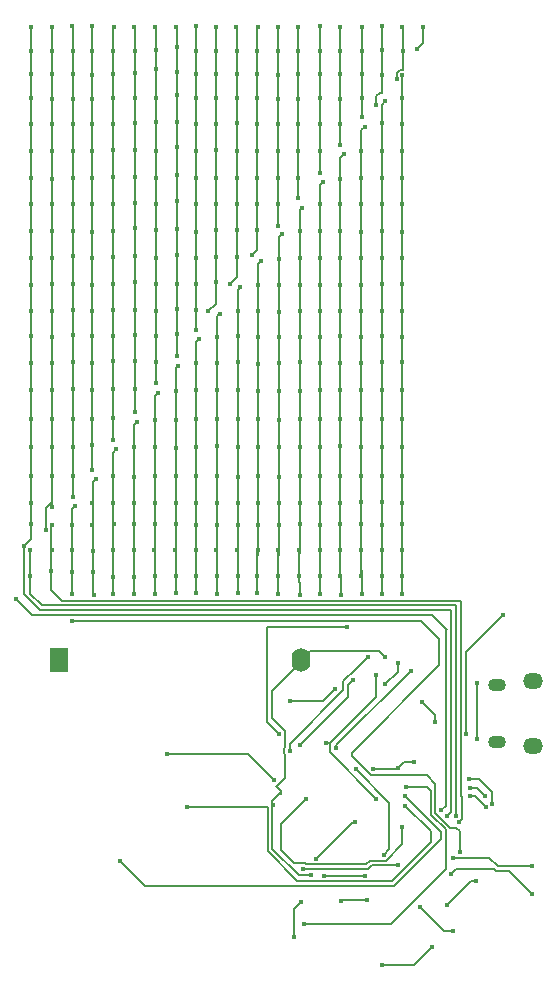
<source format=gbr>
%TF.GenerationSoftware,KiCad,Pcbnew,8.0.3*%
%TF.CreationDate,2024-08-11T15:35:29-05:00*%
%TF.ProjectId,tetrisBusinessCard,74657472-6973-4427-9573-696e65737343,rev?*%
%TF.SameCoordinates,Original*%
%TF.FileFunction,Copper,L2,Bot*%
%TF.FilePolarity,Positive*%
%FSLAX46Y46*%
G04 Gerber Fmt 4.6, Leading zero omitted, Abs format (unit mm)*
G04 Created by KiCad (PCBNEW 8.0.3) date 2024-08-11 15:35:29*
%MOMM*%
%LPD*%
G01*
G04 APERTURE LIST*
%TA.AperFunction,ComponentPad*%
%ADD10O,1.700000X1.350000*%
%TD*%
%TA.AperFunction,ComponentPad*%
%ADD11O,1.500000X1.100000*%
%TD*%
%TA.AperFunction,ComponentPad*%
%ADD12R,1.600000X2.000000*%
%TD*%
%TA.AperFunction,ComponentPad*%
%ADD13O,1.600000X2.000000*%
%TD*%
%TA.AperFunction,ViaPad*%
%ADD14C,0.400000*%
%TD*%
%TA.AperFunction,Conductor*%
%ADD15C,0.200000*%
%TD*%
G04 APERTURE END LIST*
D10*
%TO.P,J1,6,Shield*%
%TO.N,GND*%
X219730000Y-82520000D03*
D11*
X216730000Y-82210000D03*
X216730000Y-77370000D03*
D10*
X219730000Y-77060000D03*
%TD*%
D12*
%TO.P,BT1,1,+*%
%TO.N,Net-(BT1-+)*%
X179610000Y-75250000D03*
D13*
%TO.P,BT1,2,-*%
%TO.N,GND*%
X200110000Y-75250000D03*
%TD*%
D14*
%TO.N,CHRLY_20*%
X179000000Y-62350000D03*
X179000000Y-36700000D03*
X179000000Y-41200000D03*
X179000000Y-50100000D03*
X179000000Y-29900000D03*
X213253415Y-88445394D03*
X179000000Y-32200000D03*
X177200000Y-68200000D03*
X179000000Y-52450000D03*
X179000000Y-59700000D03*
X178500000Y-64250000D03*
X179000000Y-21700000D03*
X179000000Y-45700000D03*
X179000000Y-57200000D03*
X179000000Y-54850000D03*
X179000000Y-43450000D03*
X179000000Y-47900000D03*
X177200000Y-66000000D03*
X179000000Y-25700000D03*
X179000000Y-23700000D03*
X179000000Y-27750000D03*
X179000000Y-38950000D03*
X179000000Y-34550000D03*
%TO.N,CHRLY_13*%
X191250000Y-36700000D03*
X189500000Y-63800000D03*
X189450000Y-66000000D03*
X191250000Y-39000000D03*
X191250000Y-41250000D03*
X191250000Y-25700000D03*
X191250000Y-47299997D03*
X191250000Y-43450000D03*
X189740138Y-50347638D03*
X191250000Y-21600000D03*
X189500000Y-68200000D03*
X191250000Y-45650000D03*
X191250000Y-29850000D03*
X191250000Y-32150000D03*
X189500000Y-52500000D03*
X189500000Y-59700000D03*
X191250000Y-34500000D03*
X189500000Y-54950000D03*
X189500000Y-57300000D03*
X189500000Y-61950000D03*
X189500000Y-69628280D03*
X191250000Y-23700000D03*
X191250000Y-27700000D03*
%TO.N,BTN_1*%
X208950000Y-87600000D03*
X190500000Y-87700000D03*
%TO.N,CHRLY_21*%
X177250000Y-62000000D03*
X177250000Y-63800000D03*
X177250000Y-29850000D03*
X177250000Y-21650000D03*
X212500000Y-88500000D03*
X177250000Y-57200000D03*
X177250000Y-59700000D03*
X177250000Y-38950000D03*
X177250000Y-43500000D03*
X177250000Y-27700000D03*
X177250000Y-50100000D03*
X177250000Y-34500000D03*
X177250000Y-47850000D03*
X177250000Y-25700000D03*
X177250000Y-45700000D03*
X177250000Y-23700000D03*
X177250000Y-54850000D03*
X177250000Y-52450000D03*
X177250000Y-36700000D03*
X177250000Y-32150000D03*
X176700000Y-65600000D03*
X177250000Y-41200000D03*
%TO.N,BATT +*%
X201400000Y-92100000D03*
X204699600Y-89000000D03*
%TO.N,CHRLY_11*%
X194653758Y-36650000D03*
X194653758Y-29800000D03*
X193240138Y-45942638D03*
X194650000Y-21650000D03*
X194653758Y-25650000D03*
X194653758Y-41150000D03*
X194653758Y-23700000D03*
X193000000Y-68200000D03*
X193000000Y-57150000D03*
X193000000Y-52450000D03*
X193000000Y-50100000D03*
X194653758Y-32150000D03*
X193000000Y-47950000D03*
X193000000Y-61950000D03*
X193000000Y-63850000D03*
X193000000Y-54900000D03*
X194653758Y-38900000D03*
X194653758Y-34450000D03*
X193000000Y-59700000D03*
X193000000Y-69649493D03*
X194100044Y-43413559D03*
X194653758Y-27650000D03*
X192950000Y-66000000D03*
%TO.N,unconnected-(U1-SWCLK-Pad24)*%
X212850000Y-93400000D03*
X219650000Y-95050000D03*
%TO.N,CHRLY_18*%
X182400000Y-39000000D03*
X182400000Y-57100000D03*
X180750000Y-69650000D03*
X180750000Y-67850000D03*
X180990138Y-62217638D03*
X182400000Y-41200000D03*
X182400000Y-45700000D03*
X180750000Y-63850000D03*
X182400000Y-36700000D03*
X182400000Y-47850000D03*
X182400000Y-23700000D03*
X182382059Y-21619148D03*
X182400000Y-43500000D03*
X182400000Y-34500000D03*
X182400000Y-54850000D03*
X180750000Y-66000000D03*
X180750000Y-72000000D03*
X182400000Y-50100000D03*
X182400000Y-27750000D03*
X182400000Y-59200000D03*
X182400000Y-29850000D03*
X182400000Y-25750000D03*
X182400000Y-52400000D03*
X213536659Y-91500000D03*
X182400000Y-32200000D03*
%TO.N,CHRLY_3*%
X208200000Y-26100000D03*
X206950000Y-32200000D03*
X206950000Y-34477903D03*
X206950000Y-47850000D03*
X198250000Y-81500000D03*
X206950000Y-69699493D03*
X206950000Y-36700000D03*
X206950000Y-54900000D03*
X206950000Y-68200000D03*
X207240138Y-27967638D03*
X206950000Y-57200000D03*
X206950000Y-66000000D03*
X206950000Y-61900000D03*
X206950000Y-29800000D03*
X206950000Y-38950000D03*
X206950000Y-41200000D03*
X206950000Y-59700000D03*
X208750000Y-23700000D03*
X206950000Y-52395710D03*
X206950000Y-43450000D03*
X206950000Y-50050000D03*
X208700000Y-21700000D03*
X206950000Y-45700000D03*
X204000000Y-72500000D03*
X206950000Y-63850000D03*
%TO.N,+1V1*%
X206250000Y-84500000D03*
X209650000Y-83950000D03*
X207100000Y-91750000D03*
X204750000Y-84500000D03*
X208350000Y-84400000D03*
%TO.N,CHRLY_19*%
X180812018Y-38955688D03*
X180812018Y-23700000D03*
X180812018Y-52350000D03*
X180812018Y-57200000D03*
X180812018Y-25700000D03*
X180812018Y-59700000D03*
X180812018Y-32200000D03*
X180812018Y-41100000D03*
X179000000Y-66000000D03*
X180812018Y-27750000D03*
X180812018Y-54900000D03*
X179000000Y-63850000D03*
X180812018Y-45650000D03*
X180812018Y-61453858D03*
X213500000Y-89000000D03*
X180812018Y-47750000D03*
X178950000Y-67750000D03*
X180812018Y-34500000D03*
X180700000Y-21600000D03*
X180812018Y-50050000D03*
X180812018Y-29850000D03*
X180812018Y-36700000D03*
X180812018Y-43450000D03*
%TO.N,CHRLY_15*%
X187750000Y-21650000D03*
X187805216Y-45750000D03*
X187805216Y-34500000D03*
X185950000Y-66000000D03*
X187805216Y-25200000D03*
X186000000Y-63800000D03*
X186000000Y-57200000D03*
X187805216Y-43450000D03*
X187805216Y-27650000D03*
X187805216Y-23650000D03*
X187805216Y-29750000D03*
X187805216Y-51853056D03*
X186240138Y-55122638D03*
X187805216Y-32150000D03*
X187805216Y-36700000D03*
X186000000Y-69649493D03*
X186000000Y-68250000D03*
X187805216Y-47850000D03*
X187805216Y-50050000D03*
X186000000Y-62000000D03*
X187805216Y-38900000D03*
X187805216Y-41200000D03*
X186000000Y-59750000D03*
%TO.N,CHRLY_6*%
X201990138Y-34777638D03*
X203450000Y-29850000D03*
X201700000Y-50100000D03*
X201700000Y-69699493D03*
X201700000Y-52450000D03*
X201700000Y-59700000D03*
X201700000Y-54850000D03*
X201700000Y-38950000D03*
X203450000Y-23700000D03*
X201700000Y-68200000D03*
X201700000Y-47900000D03*
X203450000Y-21650000D03*
X203405930Y-31701944D03*
X201700000Y-36700000D03*
X203450000Y-25700000D03*
X201700000Y-61950000D03*
X201700000Y-66000000D03*
X201700000Y-63850000D03*
X201700000Y-45700000D03*
X201700000Y-41200000D03*
X201700000Y-43494122D03*
X201700000Y-57200000D03*
X203450000Y-27750000D03*
%TO.N,BTN_4*%
X200400000Y-97600000D03*
X208977378Y-86000000D03*
%TO.N,CHRLY_16*%
X186050000Y-29800000D03*
X186050000Y-47750000D03*
X186050000Y-54300000D03*
X186050000Y-45650000D03*
X186050000Y-34400000D03*
X184490138Y-57442638D03*
X184200000Y-69649493D03*
X186000000Y-21650000D03*
X186050000Y-43250000D03*
X184200000Y-66000000D03*
X184200000Y-68250000D03*
X184200000Y-61995597D03*
X186050000Y-49950000D03*
X186050000Y-27700000D03*
X186050000Y-32100000D03*
X186050000Y-25600000D03*
X186050000Y-36550000D03*
X184250000Y-63800000D03*
X186050000Y-41100000D03*
X184200000Y-59700000D03*
X186050000Y-23700000D03*
X186050000Y-52300000D03*
X186050000Y-38700000D03*
%TO.N,CHRLY_14*%
X187750000Y-57200000D03*
X189600000Y-40950000D03*
X189600000Y-45550000D03*
X189600000Y-47700000D03*
X187750000Y-59700000D03*
X189600000Y-49500000D03*
X189600000Y-43400000D03*
X189600000Y-36450000D03*
X189500000Y-21650000D03*
X189600000Y-34250000D03*
X187990138Y-52692638D03*
X187750000Y-69649493D03*
X189600000Y-25500000D03*
X189600000Y-38750000D03*
X187750000Y-68200000D03*
X189600000Y-29700000D03*
X189600000Y-27450000D03*
X189600000Y-23400000D03*
X187700000Y-66000000D03*
X189600000Y-31850000D03*
X187750000Y-61950000D03*
X187750000Y-54950000D03*
X187750000Y-63750000D03*
%TO.N,Net-(U1-SQPI_SS_N)*%
X203100000Y-82700000D03*
X209400000Y-76200000D03*
%TO.N,BTN_5*%
X213000000Y-98200000D03*
X203500000Y-95700000D03*
X215700000Y-86800000D03*
X210200000Y-96200000D03*
X205723045Y-95551404D03*
X214400000Y-86100000D03*
%TO.N,BTN_2*%
X184750000Y-92250000D03*
X208900200Y-86750000D03*
%TO.N,CHRLY_8*%
X199900000Y-29850000D03*
X198250000Y-45800000D03*
X198250000Y-47950000D03*
X199900000Y-23750000D03*
X198250000Y-41300000D03*
X199900000Y-25650000D03*
X198250000Y-63850000D03*
X199900000Y-34500000D03*
X199900000Y-32200000D03*
X198250000Y-52500000D03*
X198200000Y-69649493D03*
X199856811Y-36156811D03*
X199900000Y-27800000D03*
X198250000Y-59750000D03*
X199900000Y-21650000D03*
X198250000Y-57250000D03*
X198250000Y-43550000D03*
X198200000Y-68200000D03*
X198490138Y-39217638D03*
X198250000Y-62000000D03*
X198250000Y-50150000D03*
X198250000Y-54950000D03*
X198200000Y-66000000D03*
%TO.N,BTN_3*%
X200250000Y-93000000D03*
X215750000Y-87685226D03*
X208346996Y-92653004D03*
X214403643Y-86800000D03*
%TO.N,CHRLY_17*%
X184200000Y-41150000D03*
X184200000Y-34400000D03*
X197850000Y-85450000D03*
X184200000Y-36700000D03*
X184200000Y-25700000D03*
X182550000Y-69750000D03*
X182450000Y-63850000D03*
X184200000Y-52350000D03*
X184200000Y-38950000D03*
X184200000Y-54750000D03*
X182463989Y-66038702D03*
X184200000Y-45650000D03*
X182500000Y-67800000D03*
X208700000Y-89400000D03*
X182450000Y-61950000D03*
X184200000Y-23700000D03*
X184200000Y-49977906D03*
X184200000Y-56649997D03*
X184250000Y-21650000D03*
X184200000Y-43450000D03*
X188750000Y-83250000D03*
X184200000Y-32100000D03*
X184200000Y-29900000D03*
X184200000Y-47800000D03*
X184200000Y-27700000D03*
X200500000Y-87050000D03*
X182740138Y-59967638D03*
%TO.N,GND*%
X202200000Y-82282844D03*
X211500000Y-80500000D03*
X201000000Y-93500000D03*
X206500000Y-87000000D03*
X202100000Y-93550000D03*
X200099999Y-95750000D03*
X199500000Y-98750000D03*
X214950000Y-94000000D03*
X205500000Y-93550000D03*
X212500000Y-96000000D03*
X197721348Y-87541994D03*
X207250000Y-75000000D03*
X206453187Y-76512500D03*
X210381076Y-78850000D03*
%TO.N,CHRLY_10*%
X194750000Y-45700000D03*
X194750000Y-57250000D03*
X196404662Y-27700000D03*
X194750000Y-68200000D03*
X194750000Y-54900000D03*
X196404662Y-38900000D03*
X196404662Y-32200000D03*
X196404662Y-29850000D03*
X196404662Y-34450000D03*
X194750000Y-61950000D03*
X196003406Y-41003406D03*
X194692527Y-65988058D03*
X196450000Y-21650000D03*
X194750000Y-63850000D03*
X194750000Y-50050000D03*
X194750000Y-47850000D03*
X194750000Y-52450000D03*
X194750000Y-69628280D03*
X196404662Y-36650000D03*
X196404662Y-25700000D03*
X194990138Y-43717638D03*
X194750000Y-59750000D03*
X196404662Y-23750000D03*
%TO.N,unconnected-(U1-SWDIO-Pad25)*%
X219650000Y-92750000D03*
X213000000Y-92000000D03*
%TO.N,CHRLY_2*%
X208700000Y-39000000D03*
X208700000Y-52450000D03*
X208700000Y-59700000D03*
X208700000Y-47900000D03*
X208700000Y-63800000D03*
X208700000Y-54850000D03*
X208700000Y-61950000D03*
X208700000Y-41200000D03*
X208700000Y-25750000D03*
X209950000Y-23500000D03*
X210450000Y-21650000D03*
X208700000Y-68200000D03*
X208700000Y-36700000D03*
X208700000Y-29900000D03*
X208700000Y-45700000D03*
X208700000Y-34500000D03*
X208700000Y-43450000D03*
X208700000Y-50050000D03*
X208700000Y-66000000D03*
X208700000Y-27700000D03*
X205800000Y-75000000D03*
X208700000Y-57250000D03*
X208700000Y-69699493D03*
X199145619Y-82978891D03*
X208700000Y-32150000D03*
%TO.N,CHRLY_12*%
X191250000Y-57200000D03*
X191250000Y-66000000D03*
X191250000Y-52450000D03*
X192906811Y-32091464D03*
X191490138Y-48122638D03*
X191250000Y-50100000D03*
X192906811Y-38900000D03*
X192906811Y-43300000D03*
X192906811Y-41150000D03*
X192906811Y-23700000D03*
X192906811Y-27700000D03*
X192906811Y-36650000D03*
X192906811Y-34450000D03*
X191250000Y-68200000D03*
X191250000Y-69628280D03*
X191250000Y-54850000D03*
X192279728Y-45720272D03*
X191250000Y-59700000D03*
X192906811Y-29900000D03*
X191250000Y-63850000D03*
X192906811Y-25650000D03*
X192900000Y-21650000D03*
X191250000Y-61950000D03*
%TO.N,CHRLY_9*%
X196450000Y-54900000D03*
X198154853Y-25750000D03*
X196450000Y-59700000D03*
X196450000Y-61950000D03*
X198154853Y-27750000D03*
X196450000Y-50200000D03*
X196450000Y-43550000D03*
X198154853Y-23700000D03*
X198154853Y-34500000D03*
X196400000Y-68200000D03*
X196740138Y-41467638D03*
X196400000Y-69628280D03*
X198154853Y-36650000D03*
X198154853Y-29900000D03*
X196450000Y-52500000D03*
X198200000Y-21700000D03*
X198154853Y-32200000D03*
X196450000Y-57250000D03*
X198154853Y-38509134D03*
X196450000Y-66000000D03*
X196450000Y-63850000D03*
X196450000Y-45750000D03*
X196450000Y-47900000D03*
%TO.N,CHRLY_7*%
X200000000Y-50050000D03*
X201755216Y-27700000D03*
X200240138Y-36967638D03*
X200000000Y-63750000D03*
X200000000Y-41250000D03*
X200000000Y-45700000D03*
X199950000Y-68200000D03*
X201755216Y-23700000D03*
X200000000Y-43500000D03*
X200000000Y-52500000D03*
X200000000Y-54850000D03*
X199950000Y-66000000D03*
X200000000Y-47900000D03*
X201755216Y-34003056D03*
X200000000Y-57200000D03*
X200000000Y-59700000D03*
X201750000Y-21600000D03*
X201755216Y-25700000D03*
X201755216Y-29850000D03*
X201755216Y-32150000D03*
X200000000Y-69750000D03*
X200000000Y-61950000D03*
X200000000Y-38950000D03*
%TO.N,CHRLY_1*%
X204500000Y-77000000D03*
X200044116Y-82500000D03*
%TO.N,CHRLY_4*%
X205200000Y-52450000D03*
X207000000Y-23650000D03*
X205200000Y-61900000D03*
X205200000Y-41250000D03*
X199150000Y-78765686D03*
X205200000Y-34500000D03*
X205200000Y-63800000D03*
X205200000Y-47900000D03*
X205200000Y-36700000D03*
X205200000Y-45750000D03*
X205490138Y-30122638D03*
X205200000Y-59700000D03*
X205200000Y-66000000D03*
X205200000Y-54850000D03*
X205200000Y-32200000D03*
X205200000Y-43500000D03*
X203000000Y-77750000D03*
X205250000Y-69699493D03*
X205200000Y-57200000D03*
X207000000Y-21600000D03*
X205200000Y-68200000D03*
X207000000Y-25750000D03*
X205200000Y-50100000D03*
X205200000Y-39000000D03*
X206450000Y-28250000D03*
%TO.N,CHRLY_5*%
X203450000Y-65950000D03*
X205250000Y-21700000D03*
X203450000Y-34550000D03*
X203450000Y-45700000D03*
X203450000Y-59694808D03*
X203500000Y-69750000D03*
X205255216Y-23727079D03*
X205255216Y-25700000D03*
X203450000Y-54850000D03*
X203450000Y-63800000D03*
X203400000Y-68200000D03*
X205255216Y-29303056D03*
X203740138Y-32442638D03*
X203450000Y-38950000D03*
X203450000Y-36650000D03*
X203450000Y-52450000D03*
X203450000Y-47850000D03*
X203450000Y-57150000D03*
X203450000Y-41250000D03*
X203450000Y-61968916D03*
X205255216Y-27700000D03*
X203450000Y-50100000D03*
X203450000Y-43500000D03*
%TO.N,Net-(C17-Pad1)*%
X207000000Y-101100000D03*
X211200000Y-99600000D03*
%TO.N,Net-(R3-Pad2)*%
X215000000Y-82000000D03*
X215000000Y-77250000D03*
%TO.N,BTN_6*%
X214300000Y-85350000D03*
X216312636Y-87476796D03*
%TO.N,+3V3*%
X207250000Y-77312500D03*
X208300000Y-75500000D03*
%TO.N,CHRLY_22*%
X212000000Y-88000000D03*
X175950000Y-70100000D03*
%TO.N,Net-(J1-VBUS)*%
X214121268Y-81500000D03*
X217230000Y-71500000D03*
%TD*%
D15*
%TO.N,CHRLY_20*%
X213250000Y-88442893D02*
X213250000Y-70650000D01*
X179000000Y-54850000D02*
X179000000Y-57200000D01*
X178200000Y-70650000D02*
X177200000Y-69650000D01*
X179000000Y-61800000D02*
X179000000Y-61900000D01*
X177200000Y-66000000D02*
X177200000Y-67500000D01*
X179000000Y-27750000D02*
X179000000Y-29900000D01*
X179000000Y-25700000D02*
X179000000Y-27750000D01*
X179000000Y-38950000D02*
X179000000Y-41200000D01*
X179000000Y-23700000D02*
X179000000Y-25700000D01*
X179000000Y-61800000D02*
X179000000Y-62350000D01*
X179000000Y-29900000D02*
X179000000Y-32200000D01*
X178500000Y-62400000D02*
X178500000Y-64250000D01*
X179000000Y-34550000D02*
X179000000Y-36700000D01*
X177200000Y-67500000D02*
X177200000Y-68200000D01*
X179000000Y-41200000D02*
X179000000Y-43450000D01*
X179000000Y-50100000D02*
X179000000Y-52450000D01*
X179000000Y-43450000D02*
X179000000Y-45700000D01*
X179000000Y-61900000D02*
X178500000Y-62400000D01*
X177200000Y-69650000D02*
X177200000Y-67500000D01*
X213253415Y-88445394D02*
X213252501Y-88445394D01*
X179000000Y-21700000D02*
X179000000Y-23700000D01*
X179000000Y-36700000D02*
X179000000Y-38950000D01*
X179000000Y-45700000D02*
X179000000Y-47900000D01*
X213252501Y-88445394D02*
X213250000Y-88442893D01*
X179000000Y-32200000D02*
X179000000Y-34550000D01*
X179000000Y-59700000D02*
X179000000Y-61800000D01*
X179000000Y-57200000D02*
X179000000Y-59700000D01*
X213250000Y-70650000D02*
X178200000Y-70650000D01*
X179000000Y-52450000D02*
X179000000Y-54850000D01*
X179000000Y-47900000D02*
X179000000Y-50100000D01*
%TO.N,CHRLY_13*%
X189500000Y-68200000D02*
X189500000Y-67900000D01*
X189500000Y-67900000D02*
X189500000Y-66700000D01*
X189500000Y-66700000D02*
X189500000Y-66050000D01*
X191250000Y-41250000D02*
X191250000Y-39000000D01*
X189500000Y-61950000D02*
X189500000Y-59700000D01*
X191250000Y-47299997D02*
X191250000Y-47150000D01*
X191250000Y-34500000D02*
X191250000Y-32150000D01*
X189500000Y-57300000D02*
X189500000Y-54950000D01*
X191250000Y-39000000D02*
X191250000Y-36700000D01*
X189500000Y-66050000D02*
X189450000Y-66000000D01*
X191250000Y-32150000D02*
X191250000Y-29850000D01*
X189500000Y-59700000D02*
X189500000Y-57300000D01*
X189740138Y-50347638D02*
X189500000Y-50587776D01*
X191250000Y-27700000D02*
X191250000Y-25700000D01*
X189500000Y-64500000D02*
X189500000Y-63800000D01*
X191250000Y-29850000D02*
X191250000Y-27700000D01*
X189500000Y-64500000D02*
X189500000Y-61950000D01*
X191250000Y-45650000D02*
X191250000Y-43450000D01*
X191250000Y-36700000D02*
X191250000Y-34500000D01*
X191250000Y-47150000D02*
X191250000Y-45650000D01*
X189500000Y-67900000D02*
X189500000Y-69628280D01*
X191250000Y-25700000D02*
X191250000Y-23700000D01*
X189500000Y-50587776D02*
X189500000Y-52500000D01*
X189500000Y-54950000D02*
X189500000Y-52500000D01*
X189500000Y-66700000D02*
X189500000Y-64500000D01*
X191250000Y-43450000D02*
X191250000Y-41250000D01*
X191250000Y-23700000D02*
X191250000Y-21600000D01*
%TO.N,BTN_1*%
X207786397Y-94000000D02*
X199813603Y-94000000D01*
X199813603Y-94000000D02*
X197300000Y-91486397D01*
X211100000Y-90686397D02*
X207786397Y-94000000D01*
X197300000Y-91486397D02*
X197300000Y-87700000D01*
X197300000Y-87700000D02*
X190500000Y-87700000D01*
X211100000Y-89750000D02*
X208950000Y-87600000D01*
X211100000Y-90686397D02*
X211100000Y-89750000D01*
%TO.N,CHRLY_21*%
X177250000Y-27700000D02*
X177250000Y-29850000D01*
X177250000Y-59700000D02*
X177250000Y-62000000D01*
X177250000Y-47850000D02*
X177250000Y-50100000D01*
X177250000Y-65050000D02*
X176700000Y-65600000D01*
X177250000Y-21650000D02*
X177250000Y-23700000D01*
X177250000Y-32150000D02*
X177250000Y-34500000D01*
X177250000Y-41200000D02*
X177250000Y-43500000D01*
X177250000Y-43500000D02*
X177250000Y-45700000D01*
X177250000Y-36700000D02*
X177250000Y-38950000D01*
X177250000Y-38950000D02*
X177250000Y-41200000D01*
X177250000Y-64150000D02*
X177250000Y-65050000D01*
X177250000Y-52450000D02*
X177250000Y-54850000D01*
X178034314Y-71050000D02*
X176700000Y-69715686D01*
X212500000Y-88500000D02*
X212850000Y-88150000D01*
X177250000Y-50100000D02*
X177250000Y-52450000D01*
X177250000Y-23700000D02*
X177250000Y-25700000D01*
X177250000Y-63800000D02*
X177250000Y-64150000D01*
X177250000Y-54850000D02*
X177250000Y-57200000D01*
X177250000Y-34500000D02*
X177250000Y-36700000D01*
X176700000Y-65600000D02*
X176700000Y-69649997D01*
X176700000Y-69649997D02*
X176699997Y-69650000D01*
X177250000Y-29850000D02*
X177250000Y-32150000D01*
X176700000Y-69715686D02*
X176700000Y-69649997D01*
X212850000Y-71050000D02*
X178034314Y-71050000D01*
X177250000Y-45700000D02*
X177250000Y-47850000D01*
X212850000Y-88150000D02*
X212850000Y-71050000D01*
X177250000Y-57200000D02*
X177250000Y-59700000D01*
X177250000Y-62000000D02*
X177250000Y-63800000D01*
X177250000Y-25700000D02*
X177250000Y-27700000D01*
%TO.N,BATT +*%
X204500000Y-89000000D02*
X204699600Y-89000000D01*
X201400000Y-92100000D02*
X204500000Y-89000000D01*
%TO.N,CHRLY_11*%
X193000000Y-47950000D02*
X193000000Y-46182776D01*
X194653758Y-27650000D02*
X194653758Y-25650000D01*
X194653758Y-25650000D02*
X194653758Y-23700000D01*
X193000000Y-66350000D02*
X193000000Y-66050000D01*
X194653758Y-21653758D02*
X194650000Y-21650000D01*
X194653758Y-32150000D02*
X194653758Y-29800000D01*
X193000000Y-67600000D02*
X193000000Y-69649493D01*
X193000000Y-67600000D02*
X193000000Y-66350000D01*
X193000000Y-46182776D02*
X193240138Y-45942638D01*
X193000000Y-61950000D02*
X193000000Y-59700000D01*
X193000000Y-68200000D02*
X193000000Y-67600000D01*
X193000000Y-66050000D02*
X192950000Y-66000000D01*
X194653758Y-29800000D02*
X194653758Y-27650000D01*
X193000000Y-66350000D02*
X193000000Y-63850000D01*
X193000000Y-59700000D02*
X193000000Y-57150000D01*
X194653758Y-34450000D02*
X194653758Y-32150000D01*
X194653758Y-36650000D02*
X194653758Y-34450000D01*
X193000000Y-54900000D02*
X193000000Y-52450000D01*
X194653758Y-41150000D02*
X194653758Y-38900000D01*
X194653758Y-42859845D02*
X194653758Y-41150000D01*
X193000000Y-63850000D02*
X193000000Y-61950000D01*
X194653758Y-23700000D02*
X194653758Y-21653758D01*
X193000000Y-50100000D02*
X193000000Y-47950000D01*
X193000000Y-52450000D02*
X193000000Y-50100000D01*
X193000000Y-57150000D02*
X193000000Y-54900000D01*
X194100044Y-43413559D02*
X194653758Y-42859845D01*
X194653758Y-38900000D02*
X194653758Y-36650000D01*
%TO.N,unconnected-(U1-SWCLK-Pad24)*%
X217750000Y-93150000D02*
X219650000Y-95050000D01*
X216484314Y-93000000D02*
X216634314Y-93150000D01*
X216634314Y-93150000D02*
X217750000Y-93150000D01*
X212850000Y-93400000D02*
X213250000Y-93000000D01*
X213250000Y-93000000D02*
X216484314Y-93000000D01*
%TO.N,CHRLY_18*%
X182400000Y-54850000D02*
X182400000Y-52400000D01*
X211500000Y-88207107D02*
X212750000Y-89457107D01*
X182400000Y-47850000D02*
X182400000Y-45700000D01*
X180750000Y-67850000D02*
X180750000Y-66700000D01*
X180750000Y-62457776D02*
X180990138Y-62217638D01*
X211800000Y-75713603D02*
X204400000Y-83113603D01*
X212750000Y-89457107D02*
X213250000Y-89457107D01*
X182400000Y-21637089D02*
X182382059Y-21619148D01*
X182400000Y-39000000D02*
X182400000Y-36700000D01*
X182400000Y-45700000D02*
X182400000Y-43500000D01*
X180750000Y-66700000D02*
X180750000Y-66000000D01*
X182400000Y-59200000D02*
X182400000Y-57100000D01*
X182400000Y-32200000D02*
X182400000Y-29850000D01*
X180750000Y-66550000D02*
X180750000Y-64600000D01*
X211800000Y-73500000D02*
X211800000Y-75713603D01*
X180750000Y-64600000D02*
X180750000Y-63850000D01*
X182400000Y-36700000D02*
X182400000Y-34500000D01*
X182400000Y-23700000D02*
X182400000Y-21637089D01*
X210300000Y-72000000D02*
X211800000Y-73500000D01*
X182400000Y-43500000D02*
X182400000Y-41200000D01*
X180750000Y-72000000D02*
X210300000Y-72000000D01*
X182400000Y-34500000D02*
X182400000Y-32200000D01*
X180750000Y-64600000D02*
X180750000Y-62457776D01*
X182400000Y-50100000D02*
X182400000Y-47850000D01*
X213250000Y-89457107D02*
X213536659Y-89743766D01*
X182400000Y-41200000D02*
X182400000Y-39000000D01*
X204400000Y-83113603D02*
X204400000Y-83392935D01*
X182400000Y-25750000D02*
X182400000Y-23700000D01*
X182400000Y-29850000D02*
X182400000Y-27750000D01*
X182400000Y-57100000D02*
X182400000Y-54850000D01*
X182400000Y-27750000D02*
X182400000Y-25750000D01*
X204400000Y-83392935D02*
X206007065Y-85000000D01*
X213536659Y-89743766D02*
X213536659Y-91500000D01*
X211500000Y-85750000D02*
X211500000Y-88207107D01*
X180750000Y-67850000D02*
X180750000Y-69650000D01*
X182400000Y-52400000D02*
X182400000Y-50100000D01*
X180750000Y-66700000D02*
X180750000Y-66550000D01*
X210750000Y-85000000D02*
X211500000Y-85750000D01*
X206007065Y-85000000D02*
X210750000Y-85000000D01*
%TO.N,CHRLY_3*%
X208750000Y-25300000D02*
X208750000Y-23700000D01*
X197250000Y-72500000D02*
X204000000Y-72500000D01*
X206950000Y-52395710D02*
X206950000Y-54900000D01*
X198250000Y-81500000D02*
X197250000Y-80500000D01*
X206950000Y-54900000D02*
X206950000Y-57200000D01*
X208750000Y-21750000D02*
X208700000Y-21700000D01*
X208200000Y-25613603D02*
X208513603Y-25300000D01*
X206950000Y-61900000D02*
X206950000Y-63850000D01*
X206950000Y-69699493D02*
X206950000Y-67800000D01*
X208750000Y-23700000D02*
X208750000Y-21750000D01*
X206950000Y-41200000D02*
X206950000Y-43450000D01*
X206950000Y-67800000D02*
X206950000Y-68200000D01*
X206950000Y-50050000D02*
X206950000Y-52395710D01*
X206950000Y-38950000D02*
X206950000Y-41200000D01*
X206950000Y-66000000D02*
X206950000Y-66250000D01*
X206950000Y-57200000D02*
X206950000Y-59700000D01*
X197250000Y-80500000D02*
X197250000Y-72500000D01*
X208200000Y-26100000D02*
X208200000Y-25613603D01*
X206950000Y-45700000D02*
X206950000Y-47850000D01*
X206950000Y-29800000D02*
X206950000Y-32200000D01*
X206950000Y-32200000D02*
X206950000Y-34477903D01*
X207240138Y-27967638D02*
X206950000Y-28257776D01*
X206950000Y-34477903D02*
X206950000Y-36700000D01*
X206950000Y-36700000D02*
X206950000Y-38950000D01*
X206950000Y-43450000D02*
X206950000Y-45700000D01*
X206950000Y-63850000D02*
X206950000Y-66250000D01*
X206950000Y-28257776D02*
X206950000Y-29800000D01*
X206950000Y-59700000D02*
X206950000Y-61900000D01*
X206950000Y-66250000D02*
X206950000Y-67800000D01*
X208513603Y-25300000D02*
X208750000Y-25300000D01*
X206950000Y-47850000D02*
X206950000Y-50050000D01*
%TO.N,+1V1*%
X207600000Y-91250000D02*
X207600000Y-87350000D01*
X207100000Y-91750000D02*
X207600000Y-91250000D01*
X208800000Y-83950000D02*
X209650000Y-83950000D01*
X207600000Y-87350000D02*
X204750000Y-84500000D01*
X206250000Y-84500000D02*
X208246400Y-84500000D01*
X208350000Y-84400000D02*
X208800000Y-83950000D01*
%TO.N,CHRLY_19*%
X180812018Y-27750000D02*
X180812018Y-25700000D01*
X180812018Y-32200000D02*
X180812018Y-29850000D01*
X180812018Y-25700000D02*
X180812018Y-23700000D01*
X180812018Y-34500000D02*
X180812018Y-32200000D01*
X180812018Y-47750000D02*
X180812018Y-45650000D01*
X213753415Y-86856879D02*
X213671268Y-86774732D01*
X180812018Y-61453858D02*
X180812018Y-59700000D01*
X180812018Y-52350000D02*
X180812018Y-50050000D01*
X178950000Y-63900000D02*
X179000000Y-63850000D01*
X213753415Y-88746585D02*
X213753415Y-86856879D01*
X180812018Y-54900000D02*
X180812018Y-52350000D01*
X180812018Y-50050000D02*
X180812018Y-47750000D01*
X213671268Y-86774732D02*
X213671268Y-70250000D01*
X180812018Y-38955688D02*
X180812018Y-36700000D01*
X179850000Y-70250000D02*
X178950000Y-69350000D01*
X178950000Y-66300000D02*
X178950000Y-66050000D01*
X180812018Y-41100000D02*
X180812018Y-38955688D01*
X180812018Y-45650000D02*
X180812018Y-43450000D01*
X180812018Y-23700000D02*
X180812018Y-21712018D01*
X180812018Y-59700000D02*
X180812018Y-57200000D01*
X180812018Y-21712018D02*
X180700000Y-21600000D01*
X180812018Y-57200000D02*
X180812018Y-54900000D01*
X178950000Y-69350000D02*
X178950000Y-67750000D01*
X213671268Y-70250000D02*
X179850000Y-70250000D01*
X178950000Y-66300000D02*
X178950000Y-63900000D01*
X178950000Y-67750000D02*
X178950000Y-66300000D01*
X213500000Y-89000000D02*
X213753415Y-88746585D01*
X180812018Y-36700000D02*
X180812018Y-34500000D01*
X180812018Y-29850000D02*
X180812018Y-27750000D01*
X180812018Y-43450000D02*
X180812018Y-41100000D01*
X178950000Y-66050000D02*
X179000000Y-66000000D01*
%TO.N,CHRLY_15*%
X187805216Y-41200000D02*
X187805216Y-38900000D01*
X187805216Y-50050000D02*
X187805216Y-47850000D01*
X186000000Y-66050000D02*
X185950000Y-66000000D01*
X187805216Y-29750000D02*
X187805216Y-27650000D01*
X187805216Y-23650000D02*
X187805216Y-21705216D01*
X187805216Y-38900000D02*
X187805216Y-36700000D01*
X186000000Y-67850000D02*
X186000000Y-69649493D01*
X187805216Y-43450000D02*
X187805216Y-41200000D01*
X186000000Y-67850000D02*
X186000000Y-66050000D01*
X186000000Y-63800000D02*
X186000000Y-64400000D01*
X186000000Y-62000000D02*
X186000000Y-59750000D01*
X186000000Y-65950000D02*
X185950000Y-66000000D01*
X186000000Y-64400000D02*
X186000000Y-62000000D01*
X187805216Y-36700000D02*
X187805216Y-34500000D01*
X186000000Y-64400000D02*
X186000000Y-65950000D01*
X187805216Y-34500000D02*
X187805216Y-32150000D01*
X187805216Y-27650000D02*
X187805216Y-25200000D01*
X187805216Y-32150000D02*
X187805216Y-29750000D01*
X187805216Y-47850000D02*
X187805216Y-45750000D01*
X186000000Y-55362776D02*
X186240138Y-55122638D01*
X186000000Y-57200000D02*
X186000000Y-55362776D01*
X186000000Y-59750000D02*
X186000000Y-57200000D01*
X187805216Y-51853056D02*
X187805216Y-50050000D01*
X187805216Y-45750000D02*
X187805216Y-43450000D01*
X187805216Y-21705216D02*
X187750000Y-21650000D01*
X186000000Y-68250000D02*
X186000000Y-67850000D01*
X187805216Y-25200000D02*
X187805216Y-23650000D01*
%TO.N,CHRLY_6*%
X201700000Y-57200000D02*
X201700000Y-59700000D01*
X203450000Y-23700000D02*
X203450000Y-21650000D01*
X201700000Y-66350000D02*
X201700000Y-66000000D01*
X201700000Y-67550000D02*
X201700000Y-66350000D01*
X201700000Y-45700000D02*
X201700000Y-47900000D01*
X201990138Y-34777638D02*
X201700000Y-35067776D01*
X201700000Y-47900000D02*
X201700000Y-50100000D01*
X201700000Y-68200000D02*
X201700000Y-67550000D01*
X201700000Y-61950000D02*
X201700000Y-63850000D01*
X201700000Y-36700000D02*
X201700000Y-38950000D01*
X201700000Y-63850000D02*
X201700000Y-66350000D01*
X201700000Y-69699493D02*
X201700000Y-67550000D01*
X203405930Y-31701944D02*
X203450000Y-31657874D01*
X201700000Y-59700000D02*
X201700000Y-61950000D01*
X201700000Y-38950000D02*
X201700000Y-41200000D01*
X203450000Y-27750000D02*
X203450000Y-25700000D01*
X203450000Y-31657874D02*
X203450000Y-29850000D01*
X203450000Y-25700000D02*
X203450000Y-23700000D01*
X201700000Y-54850000D02*
X201700000Y-57200000D01*
X203450000Y-29850000D02*
X203450000Y-27750000D01*
X201700000Y-41200000D02*
X201700000Y-43494122D01*
X201700000Y-52450000D02*
X201700000Y-54850000D01*
X201700000Y-35067776D02*
X201700000Y-36700000D01*
X201700000Y-50100000D02*
X201700000Y-52450000D01*
X201700000Y-43494122D02*
X201700000Y-45700000D01*
%TO.N,BTN_4*%
X207715000Y-97600000D02*
X212350000Y-92965000D01*
X211100000Y-86350000D02*
X210750000Y-86000000D01*
X212350000Y-89622793D02*
X211100000Y-88372793D01*
X211100000Y-88372793D02*
X211100000Y-86350000D01*
X210750000Y-86000000D02*
X208977378Y-86000000D01*
X200400000Y-97600000D02*
X207715000Y-97600000D01*
X212350000Y-92965000D02*
X212350000Y-89622793D01*
%TO.N,CHRLY_16*%
X186050000Y-27700000D02*
X186050000Y-25600000D01*
X184200000Y-63850000D02*
X184250000Y-63800000D01*
X186050000Y-47750000D02*
X186050000Y-45650000D01*
X186050000Y-34400000D02*
X186050000Y-32100000D01*
X186050000Y-29800000D02*
X186050000Y-27700000D01*
X184200000Y-68250000D02*
X184200000Y-67850000D01*
X184200000Y-57732776D02*
X184490138Y-57442638D01*
X186050000Y-25600000D02*
X186050000Y-23700000D01*
X186050000Y-41100000D02*
X186050000Y-38700000D01*
X184200000Y-66450000D02*
X184200000Y-64100000D01*
X186050000Y-52300000D02*
X186050000Y-49950000D01*
X186050000Y-36550000D02*
X186050000Y-34400000D01*
X184200000Y-59700000D02*
X184200000Y-57732776D01*
X186050000Y-49950000D02*
X186050000Y-47750000D01*
X186050000Y-23700000D02*
X186050000Y-21700000D01*
X186050000Y-21700000D02*
X186000000Y-21650000D01*
X186050000Y-38700000D02*
X186050000Y-36550000D01*
X184200000Y-66450000D02*
X184200000Y-66000000D01*
X186050000Y-43250000D02*
X186050000Y-41100000D01*
X186050000Y-54300000D02*
X186050000Y-52300000D01*
X184200000Y-64100000D02*
X184200000Y-63850000D01*
X184200000Y-61995597D02*
X184200000Y-59700000D01*
X186050000Y-45650000D02*
X186050000Y-43250000D01*
X186050000Y-32100000D02*
X186050000Y-29800000D01*
X184200000Y-67850000D02*
X184200000Y-66450000D01*
X184200000Y-64100000D02*
X184200000Y-61995597D01*
X184200000Y-67850000D02*
X184200000Y-69649493D01*
%TO.N,CHRLY_14*%
X187750000Y-61950000D02*
X187750000Y-59700000D01*
X189600000Y-31850000D02*
X189600000Y-29700000D01*
X187750000Y-66550000D02*
X187750000Y-64550000D01*
X187750000Y-68200000D02*
X187750000Y-67900000D01*
X189600000Y-43400000D02*
X189600000Y-40950000D01*
X187750000Y-59700000D02*
X187750000Y-57200000D01*
X187750000Y-54950000D02*
X187750000Y-52932776D01*
X189600000Y-40950000D02*
X189600000Y-38750000D01*
X189600000Y-27450000D02*
X189600000Y-25500000D01*
X189600000Y-45550000D02*
X189600000Y-43400000D01*
X187750000Y-66550000D02*
X187750000Y-66050000D01*
X189600000Y-38750000D02*
X189600000Y-36450000D01*
X189600000Y-34250000D02*
X189600000Y-31850000D01*
X189600000Y-47700000D02*
X189600000Y-45550000D01*
X187750000Y-67900000D02*
X187750000Y-66550000D01*
X187750000Y-52932776D02*
X187990138Y-52692638D01*
X189600000Y-49500000D02*
X189600000Y-47700000D01*
X189600000Y-21750000D02*
X189500000Y-21650000D01*
X189600000Y-36450000D02*
X189600000Y-34250000D01*
X189600000Y-29700000D02*
X189600000Y-27450000D01*
X189600000Y-25500000D02*
X189600000Y-23400000D01*
X187750000Y-64550000D02*
X187750000Y-61950000D01*
X189600000Y-23400000D02*
X189600000Y-21750000D01*
X187750000Y-57200000D02*
X187750000Y-54950000D01*
X187750000Y-66050000D02*
X187700000Y-66000000D01*
X187750000Y-64550000D02*
X187750000Y-63750000D01*
X187750000Y-67900000D02*
X187750000Y-69649493D01*
%TO.N,Net-(U1-SQPI_SS_N)*%
X203100000Y-82500000D02*
X203100000Y-82700000D01*
X209400000Y-76200000D02*
X203100000Y-82500000D01*
%TO.N,BTN_5*%
X215000000Y-86100000D02*
X215700000Y-86800000D01*
X214400000Y-86100000D02*
X215000000Y-86100000D01*
X212200000Y-98200000D02*
X210200000Y-96200000D01*
X203648596Y-95551404D02*
X203500000Y-95700000D01*
X213000000Y-98200000D02*
X212200000Y-98200000D01*
X205723045Y-95551404D02*
X203648596Y-95551404D01*
%TO.N,BTN_2*%
X186900000Y-94400000D02*
X207952083Y-94400000D01*
X207952083Y-94400000D02*
X211950000Y-90402083D01*
X208900200Y-86782001D02*
X208900200Y-86750000D01*
X211950000Y-89831801D02*
X208900200Y-86782001D01*
X184750000Y-92250000D02*
X186900000Y-94400000D01*
X211950000Y-90402083D02*
X211950000Y-89831801D01*
%TO.N,CHRLY_8*%
X198250000Y-39457776D02*
X198250000Y-41300000D01*
X198250000Y-57250000D02*
X198250000Y-59750000D01*
X198200000Y-67800000D02*
X198200000Y-69649493D01*
X198250000Y-41300000D02*
X198250000Y-43550000D01*
X198250000Y-59750000D02*
X198250000Y-62000000D01*
X198250000Y-47950000D02*
X198250000Y-50150000D01*
X198250000Y-63850000D02*
X198250000Y-66400000D01*
X198200000Y-67800000D02*
X198200000Y-66450000D01*
X198200000Y-66450000D02*
X198200000Y-66000000D01*
X198250000Y-52500000D02*
X198250000Y-54950000D01*
X199900000Y-36113622D02*
X199900000Y-34500000D01*
X198200000Y-68200000D02*
X198200000Y-67800000D01*
X198250000Y-62000000D02*
X198250000Y-63850000D01*
X199856811Y-36156811D02*
X199900000Y-36113622D01*
X199900000Y-32200000D02*
X199900000Y-29850000D01*
X199900000Y-25650000D02*
X199900000Y-23750000D01*
X198250000Y-66400000D02*
X198200000Y-66450000D01*
X198250000Y-45800000D02*
X198250000Y-47950000D01*
X198490138Y-39217638D02*
X198250000Y-39457776D01*
X198250000Y-54950000D02*
X198250000Y-57250000D01*
X199900000Y-29850000D02*
X199900000Y-27800000D01*
X198250000Y-50150000D02*
X198250000Y-52500000D01*
X199900000Y-34500000D02*
X199900000Y-32200000D01*
X199900000Y-23750000D02*
X199900000Y-21650000D01*
X199900000Y-27800000D02*
X199900000Y-25650000D01*
X198250000Y-43550000D02*
X198250000Y-45800000D01*
%TO.N,BTN_3*%
X208346996Y-92653004D02*
X206096996Y-92653004D01*
X200300000Y-92950000D02*
X200250000Y-93000000D01*
X214403643Y-86800000D02*
X214864774Y-86800000D01*
X205800000Y-92950000D02*
X200300000Y-92950000D01*
X214864774Y-86800000D02*
X215750000Y-87685226D01*
X206096996Y-92653004D02*
X205800000Y-92950000D01*
%TO.N,CHRLY_17*%
X182500000Y-62000000D02*
X182450000Y-61950000D01*
X184200000Y-41150000D02*
X184200000Y-38950000D01*
X200507107Y-92550000D02*
X200457107Y-92500000D01*
X184200000Y-29900000D02*
X184200000Y-27700000D01*
X182500000Y-66550000D02*
X182500000Y-64150000D01*
X207304103Y-92253004D02*
X205931310Y-92253004D01*
X182500000Y-66550000D02*
X182500000Y-66074713D01*
X184200000Y-32100000D02*
X184200000Y-29900000D01*
X198400000Y-91384314D02*
X198400000Y-89150000D01*
X208700000Y-89400000D02*
X208700000Y-90857107D01*
X184200000Y-45650000D02*
X184200000Y-43450000D01*
X198400000Y-89150000D02*
X200500000Y-87050000D01*
X184200000Y-34400000D02*
X184200000Y-32100000D01*
X184200000Y-38950000D02*
X184200000Y-36700000D01*
X184200000Y-56649997D02*
X184200000Y-54750000D01*
X184200000Y-49977906D02*
X184200000Y-47800000D01*
X205931310Y-92253004D02*
X205634314Y-92550000D01*
X182500000Y-63900000D02*
X182450000Y-63850000D01*
X200457107Y-92500000D02*
X199515686Y-92500000D01*
X184200000Y-23700000D02*
X184200000Y-21700000D01*
X182500000Y-60207776D02*
X182500000Y-62300000D01*
X182500000Y-67400000D02*
X182500000Y-69700000D01*
X184200000Y-47800000D02*
X184200000Y-45650000D01*
X182500000Y-62300000D02*
X182500000Y-62000000D01*
X184200000Y-21700000D02*
X184250000Y-21650000D01*
X208700000Y-90857107D02*
X207304103Y-92253004D01*
X184200000Y-43450000D02*
X184200000Y-41150000D01*
X182500000Y-64150000D02*
X182500000Y-62300000D01*
X205634314Y-92550000D02*
X200507107Y-92550000D01*
X184200000Y-52350000D02*
X184200000Y-49977906D01*
X184200000Y-25700000D02*
X184200000Y-23700000D01*
X184200000Y-27700000D02*
X184200000Y-25700000D01*
X182500000Y-66074713D02*
X182463989Y-66038702D01*
X199515686Y-92500000D02*
X198400000Y-91384314D01*
X184200000Y-36700000D02*
X184200000Y-34400000D01*
X195650000Y-83250000D02*
X197850000Y-85450000D01*
X184200000Y-54750000D02*
X184200000Y-52350000D01*
X182500000Y-64150000D02*
X182500000Y-63900000D01*
X182500000Y-69700000D02*
X182550000Y-69750000D01*
X182740138Y-59967638D02*
X182500000Y-60207776D01*
X188750000Y-83250000D02*
X195650000Y-83250000D01*
X182500000Y-67400000D02*
X182500000Y-66550000D01*
X182500000Y-67800000D02*
X182500000Y-67400000D01*
%TO.N,GND*%
X211500000Y-79968924D02*
X210381076Y-78850000D01*
X198745619Y-82188696D02*
X198750000Y-82184315D01*
X197700000Y-87200000D02*
X198414576Y-86485424D01*
X207250000Y-75000000D02*
X206750000Y-74500000D01*
X198414576Y-86485424D02*
X198414576Y-86350000D01*
X198750000Y-83290379D02*
X198645619Y-83185998D01*
X201000000Y-93500000D02*
X199950000Y-93500000D01*
X199500000Y-96349999D02*
X200099999Y-95750000D01*
X199950000Y-93500000D02*
X197700000Y-91250000D01*
X205500000Y-93550000D02*
X202100000Y-93550000D01*
X202575000Y-83075000D02*
X206500000Y-87000000D01*
X202200000Y-82282844D02*
X202567156Y-82282844D01*
X202575000Y-82275000D02*
X202575000Y-83075000D01*
X198750000Y-85257107D02*
X198750000Y-83290379D01*
X206453187Y-78396813D02*
X202575000Y-82275000D01*
X206453187Y-76512500D02*
X206453187Y-78396813D01*
X214500000Y-94000000D02*
X214950000Y-94000000D01*
X197650000Y-80150000D02*
X197650000Y-77900000D01*
X198414576Y-86350000D02*
X198014576Y-85950000D01*
X198750000Y-82184315D02*
X198750000Y-81250000D01*
X206750000Y-74500000D02*
X200860000Y-74500000D01*
X198645619Y-83185998D02*
X198645619Y-82771784D01*
X198750000Y-81250000D02*
X197650000Y-80150000D01*
X198745619Y-82671784D02*
X198745619Y-82188696D01*
X211500000Y-80500000D02*
X211500000Y-79968924D01*
X199500000Y-98750000D02*
X199500000Y-96349999D01*
X198014576Y-85950000D02*
X198057107Y-85950000D01*
X200860000Y-74500000D02*
X200110000Y-75250000D01*
X202567156Y-82282844D02*
X202575000Y-82275000D01*
X198414576Y-86585424D02*
X198414576Y-86350000D01*
X212500000Y-96000000D02*
X214500000Y-94000000D01*
X197650000Y-77900000D02*
X200100000Y-75450000D01*
X198057107Y-85950000D02*
X198750000Y-85257107D01*
X198645619Y-82771784D02*
X198745619Y-82671784D01*
X197700000Y-91250000D02*
X197700000Y-87200000D01*
%TO.N,CHRLY_10*%
X196404662Y-27700000D02*
X196404662Y-25700000D01*
X194750000Y-54900000D02*
X194750000Y-52450000D01*
X194750000Y-61950000D02*
X194750000Y-59750000D01*
X194750000Y-47850000D02*
X194750000Y-45700000D01*
X194750000Y-52450000D02*
X194750000Y-50050000D01*
X196404662Y-25700000D02*
X196404662Y-23750000D01*
X196404662Y-34450000D02*
X196404662Y-32200000D01*
X196404662Y-21695338D02*
X196450000Y-21650000D01*
X196404662Y-40602150D02*
X196404662Y-38900000D01*
X196404662Y-23750000D02*
X196404662Y-21695338D01*
X194750000Y-59750000D02*
X194750000Y-57250000D01*
X196404662Y-32200000D02*
X196404662Y-29850000D01*
X194750000Y-68200000D02*
X194750000Y-67850000D01*
X196003406Y-41003406D02*
X196404662Y-40602150D01*
X196404662Y-38900000D02*
X196404662Y-36650000D01*
X194750000Y-57250000D02*
X194750000Y-54900000D01*
X194750000Y-50050000D02*
X194750000Y-47850000D01*
X194750000Y-66350000D02*
X194750000Y-63850000D01*
X194750000Y-67850000D02*
X194750000Y-69628280D01*
X194750000Y-43957776D02*
X194990138Y-43717638D01*
X194750000Y-66350000D02*
X194750000Y-66045531D01*
X196404662Y-29850000D02*
X196404662Y-27700000D01*
X194750000Y-66045531D02*
X194692527Y-65988058D01*
X196404662Y-36650000D02*
X196404662Y-34450000D01*
X194750000Y-63850000D02*
X194750000Y-61950000D01*
X194750000Y-45700000D02*
X194750000Y-43957776D01*
X194750000Y-67850000D02*
X194750000Y-66350000D01*
%TO.N,unconnected-(U1-SWDIO-Pad25)*%
X216800000Y-92750000D02*
X219650000Y-92750000D01*
X213000000Y-92000000D02*
X216050000Y-92000000D01*
X216050000Y-92000000D02*
X216800000Y-92750000D01*
%TO.N,CHRLY_2*%
X203700000Y-77092893D02*
X204746446Y-76046447D01*
X208700000Y-43450000D02*
X208700000Y-45700000D01*
X208700000Y-34500000D02*
X208700000Y-36700000D01*
X208700000Y-69699493D02*
X208700000Y-67550000D01*
X204753553Y-76046447D02*
X205800000Y-75000000D01*
X208700000Y-50050000D02*
X208700000Y-52450000D01*
X208700000Y-66300000D02*
X208700000Y-66000000D01*
X208700000Y-27700000D02*
X208700000Y-29900000D01*
X208700000Y-29900000D02*
X208700000Y-32150000D01*
X208700000Y-61950000D02*
X208700000Y-63800000D01*
X209950000Y-23500000D02*
X210450000Y-23000000D01*
X208700000Y-59700000D02*
X208700000Y-61950000D01*
X208700000Y-63800000D02*
X208700000Y-66300000D01*
X208700000Y-67550000D02*
X208700000Y-66300000D01*
X208700000Y-45700000D02*
X208700000Y-47900000D01*
X203700000Y-77800000D02*
X203700000Y-77092893D01*
X208700000Y-68200000D02*
X208700000Y-67550000D01*
X208700000Y-39000000D02*
X208700000Y-41200000D01*
X210450000Y-23000000D02*
X210450000Y-21650000D01*
X208700000Y-25750000D02*
X208700000Y-27700000D01*
X204746446Y-76046447D02*
X204753553Y-76046447D01*
X208700000Y-41200000D02*
X208700000Y-43450000D01*
X199145619Y-82354381D02*
X203700000Y-77800000D01*
X208700000Y-36700000D02*
X208700000Y-39000000D01*
X199145619Y-82978891D02*
X199145619Y-82354381D01*
X208700000Y-32150000D02*
X208700000Y-34500000D01*
X208700000Y-47900000D02*
X208700000Y-50050000D01*
X208700000Y-52450000D02*
X208700000Y-54850000D01*
X208700000Y-57250000D02*
X208700000Y-59700000D01*
X208700000Y-54850000D02*
X208700000Y-57250000D01*
%TO.N,CHRLY_12*%
X191250000Y-50100000D02*
X191250000Y-48362776D01*
X191250000Y-59700000D02*
X191250000Y-57200000D01*
X192906811Y-36650000D02*
X192906811Y-34450000D01*
X192906811Y-27700000D02*
X192906811Y-25650000D01*
X191250000Y-68200000D02*
X191250000Y-67800000D01*
X192906811Y-38900000D02*
X192906811Y-36650000D01*
X192906811Y-29900000D02*
X192906811Y-27700000D01*
X191250000Y-67800000D02*
X191250000Y-66350000D01*
X192906811Y-43300000D02*
X192906811Y-41150000D01*
X192906811Y-23700000D02*
X192906811Y-21656811D01*
X192906811Y-45093189D02*
X192906811Y-43300000D01*
X192906811Y-32091464D02*
X192906811Y-29900000D01*
X192906811Y-21656811D02*
X192900000Y-21650000D01*
X191250000Y-61950000D02*
X191250000Y-59700000D01*
X192279728Y-45720272D02*
X192906811Y-45093189D01*
X191250000Y-48362776D02*
X191490138Y-48122638D01*
X192906811Y-34450000D02*
X192906811Y-32091464D01*
X191250000Y-66350000D02*
X191250000Y-63850000D01*
X191250000Y-66350000D02*
X191250000Y-66000000D01*
X191250000Y-67800000D02*
X191250000Y-69628280D01*
X191250000Y-52450000D02*
X191250000Y-50100000D01*
X191250000Y-63850000D02*
X191250000Y-61950000D01*
X191250000Y-57200000D02*
X191250000Y-54850000D01*
X191250000Y-54850000D02*
X191250000Y-52450000D01*
X192906811Y-25650000D02*
X192906811Y-23700000D01*
X192906811Y-41150000D02*
X192906811Y-38900000D01*
%TO.N,CHRLY_9*%
X196450000Y-45750000D02*
X196450000Y-47900000D01*
X196450000Y-59700000D02*
X196450000Y-61950000D01*
X196400000Y-68200000D02*
X196400000Y-67600000D01*
X196450000Y-57250000D02*
X196450000Y-59700000D01*
X198154853Y-29900000D02*
X198154853Y-27750000D01*
X196400000Y-66450000D02*
X196400000Y-66050000D01*
X196450000Y-52500000D02*
X196450000Y-54900000D01*
X196450000Y-43550000D02*
X196450000Y-45750000D01*
X198154853Y-25750000D02*
X198154853Y-23700000D01*
X198154853Y-21745147D02*
X198200000Y-21700000D01*
X198154853Y-32200000D02*
X198154853Y-29900000D01*
X198154853Y-34500000D02*
X198154853Y-32200000D01*
X196450000Y-50200000D02*
X196450000Y-52500000D01*
X198154853Y-27750000D02*
X198154853Y-25750000D01*
X196450000Y-47900000D02*
X196450000Y-50200000D01*
X196450000Y-54900000D02*
X196450000Y-57250000D01*
X196450000Y-66400000D02*
X196400000Y-66450000D01*
X198154853Y-38509134D02*
X198154853Y-36650000D01*
X196450000Y-63850000D02*
X196450000Y-66400000D01*
X198154853Y-36650000D02*
X198154853Y-34500000D01*
X198154853Y-23700000D02*
X198154853Y-21745147D01*
X196400000Y-67600000D02*
X196400000Y-69628280D01*
X196450000Y-61950000D02*
X196450000Y-63850000D01*
X196450000Y-41757776D02*
X196450000Y-43550000D01*
X196400000Y-66050000D02*
X196450000Y-66000000D01*
X196740138Y-41467638D02*
X196450000Y-41757776D01*
X196400000Y-67600000D02*
X196400000Y-66450000D01*
%TO.N,CHRLY_7*%
X200000000Y-63750000D02*
X200000000Y-66250000D01*
X200000000Y-45700000D02*
X200000000Y-47900000D01*
X201755216Y-34003056D02*
X201755216Y-32150000D01*
X200000000Y-69750000D02*
X200000000Y-68750000D01*
X199950000Y-67750000D02*
X199950000Y-68700000D01*
X201755216Y-21605216D02*
X201750000Y-21600000D01*
X200000000Y-50050000D02*
X200000000Y-52500000D01*
X200000000Y-54850000D02*
X200000000Y-57200000D01*
X201755216Y-27700000D02*
X201755216Y-25700000D01*
X200000000Y-57200000D02*
X200000000Y-59700000D01*
X200000000Y-47900000D02*
X200000000Y-50050000D01*
X200000000Y-37207776D02*
X200000000Y-38950000D01*
X200240138Y-36967638D02*
X200000000Y-37207776D01*
X199950000Y-68200000D02*
X199950000Y-67750000D01*
X200000000Y-38950000D02*
X200000000Y-41250000D01*
X200000000Y-52500000D02*
X200000000Y-54850000D01*
X200000000Y-66250000D02*
X199950000Y-66300000D01*
X201755216Y-25700000D02*
X201755216Y-23700000D01*
X200000000Y-41250000D02*
X200000000Y-43500000D01*
X199950000Y-68700000D02*
X200000000Y-68750000D01*
X201755216Y-23700000D02*
X201755216Y-21605216D01*
X200000000Y-61950000D02*
X200000000Y-63750000D01*
X199950000Y-66300000D02*
X199950000Y-66000000D01*
X200000000Y-59700000D02*
X200000000Y-61950000D01*
X201755216Y-29850000D02*
X201755216Y-27700000D01*
X199950000Y-67750000D02*
X199950000Y-66300000D01*
X200000000Y-43500000D02*
X200000000Y-45700000D01*
X201755216Y-32150000D02*
X201755216Y-29850000D01*
%TO.N,CHRLY_1*%
X204500000Y-77000000D02*
X204100000Y-77400000D01*
X204100000Y-78444116D02*
X200044116Y-82500000D01*
X204100000Y-77400000D02*
X204100000Y-78444116D01*
%TO.N,CHRLY_4*%
X205200000Y-67650000D02*
X205200000Y-66250000D01*
X205200000Y-68200000D02*
X205200000Y-67650000D01*
X201984314Y-78765686D02*
X199150000Y-78765686D01*
X205200000Y-59700000D02*
X205200000Y-61900000D01*
X205200000Y-39000000D02*
X205200000Y-41250000D01*
X205200000Y-32200000D02*
X205200000Y-34500000D01*
X207000000Y-27250000D02*
X207000000Y-25750000D01*
X203000000Y-77750000D02*
X201984314Y-78765686D01*
X205200000Y-63800000D02*
X205200000Y-66250000D01*
X205250000Y-67700000D02*
X205200000Y-67650000D01*
X205200000Y-50100000D02*
X205200000Y-52450000D01*
X205200000Y-61900000D02*
X205200000Y-63800000D01*
X205200000Y-54850000D02*
X205200000Y-57200000D01*
X205200000Y-45750000D02*
X205200000Y-47900000D01*
X207000000Y-23650000D02*
X207000000Y-21600000D01*
X206450000Y-27563603D02*
X206763603Y-27250000D01*
X205200000Y-30412776D02*
X205200000Y-32200000D01*
X205200000Y-43500000D02*
X205200000Y-45750000D01*
X205200000Y-66250000D02*
X205200000Y-66000000D01*
X205200000Y-41250000D02*
X205200000Y-43500000D01*
X205200000Y-57200000D02*
X205200000Y-59700000D01*
X205200000Y-36700000D02*
X205200000Y-39000000D01*
X207000000Y-25750000D02*
X207000000Y-23650000D01*
X205200000Y-52450000D02*
X205200000Y-54850000D01*
X206450000Y-28250000D02*
X206450000Y-27563603D01*
X205200000Y-34500000D02*
X205200000Y-36700000D01*
X206763603Y-27250000D02*
X207000000Y-27250000D01*
X205250000Y-69699493D02*
X205250000Y-67700000D01*
X205200000Y-47900000D02*
X205200000Y-50100000D01*
X205490138Y-30122638D02*
X205200000Y-30412776D01*
%TO.N,CHRLY_5*%
X205255216Y-23727079D02*
X205255216Y-21705216D01*
X205255216Y-25700000D02*
X205255216Y-23727079D01*
X203500000Y-69750000D02*
X203500000Y-68300000D01*
X203450000Y-57150000D02*
X203450000Y-59694808D01*
X203400000Y-66000000D02*
X203450000Y-65950000D01*
X203450000Y-63800000D02*
X203450000Y-66200000D01*
X203450000Y-59694808D02*
X203450000Y-61968916D01*
X203450000Y-66200000D02*
X203400000Y-66250000D01*
X205255216Y-29303056D02*
X205255216Y-27700000D01*
X205255216Y-27700000D02*
X205255216Y-25700000D01*
X203450000Y-36650000D02*
X203450000Y-38950000D01*
X203450000Y-34550000D02*
X203450000Y-36650000D01*
X203450000Y-43500000D02*
X203450000Y-45700000D01*
X203450000Y-61968916D02*
X203450000Y-63800000D01*
X203450000Y-45700000D02*
X203450000Y-47850000D01*
X205255216Y-21705216D02*
X205250000Y-21700000D01*
X203450000Y-32732776D02*
X203450000Y-34550000D01*
X203450000Y-54850000D02*
X203450000Y-57150000D01*
X203740138Y-32442638D02*
X203450000Y-32732776D01*
X203450000Y-52450000D02*
X203450000Y-54850000D01*
X203450000Y-38950000D02*
X203450000Y-41250000D01*
X203400000Y-68200000D02*
X203400000Y-66250000D01*
X203450000Y-41250000D02*
X203450000Y-43500000D01*
X203500000Y-68300000D02*
X203400000Y-68200000D01*
X203450000Y-47850000D02*
X203450000Y-50100000D01*
X203400000Y-66250000D02*
X203400000Y-66000000D01*
X203450000Y-50100000D02*
X203450000Y-52450000D01*
%TO.N,Net-(C17-Pad1)*%
X207000000Y-101100000D02*
X209700000Y-101100000D01*
X209700000Y-101100000D02*
X211200000Y-99600000D01*
%TO.N,Net-(R3-Pad2)*%
X215000000Y-82000000D02*
X215000000Y-77250000D01*
%TO.N,BTN_6*%
X216312636Y-87476796D02*
X216312636Y-86463801D01*
X216312636Y-86463801D02*
X215198835Y-85350000D01*
X215198835Y-85350000D02*
X214300000Y-85350000D01*
%TO.N,+3V3*%
X208300000Y-75500000D02*
X208300000Y-76262500D01*
X208300000Y-76262500D02*
X207250000Y-77312500D01*
%TO.N,CHRLY_22*%
X175950000Y-70100000D02*
X177350000Y-71500000D01*
X212000000Y-88000000D02*
X212400000Y-87600000D01*
X212400000Y-87600000D02*
X212400000Y-72700000D01*
X212350000Y-72650000D02*
X212450000Y-72650000D01*
X211200000Y-71500000D02*
X212350000Y-72650000D01*
X177350000Y-71500000D02*
X211200000Y-71500000D01*
X212400000Y-72700000D02*
X212350000Y-72650000D01*
%TO.N,Net-(J1-VBUS)*%
X214121268Y-81500000D02*
X214121268Y-74608732D01*
X214121268Y-74608732D02*
X217230000Y-71500000D01*
%TD*%
M02*

</source>
